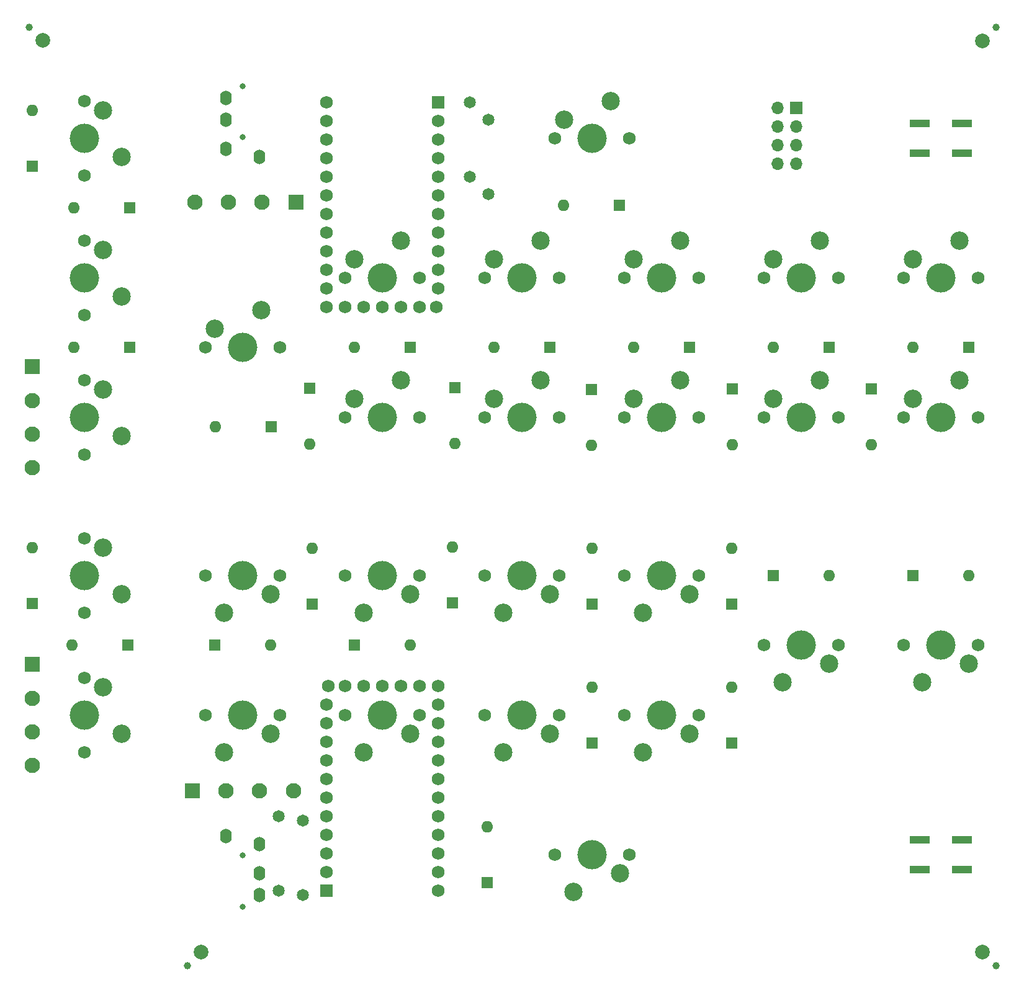
<source format=gbr>
%TF.GenerationSoftware,KiCad,Pcbnew,7.0.10*%
%TF.CreationDate,2024-02-03T20:33:37-08:00*%
%TF.ProjectId,oddball_steno,6f646462-616c-46c5-9f73-74656e6f2e6b,rev?*%
%TF.SameCoordinates,Original*%
%TF.FileFunction,Soldermask,Bot*%
%TF.FilePolarity,Negative*%
%FSLAX46Y46*%
G04 Gerber Fmt 4.6, Leading zero omitted, Abs format (unit mm)*
G04 Created by KiCad (PCBNEW 7.0.10) date 2024-02-03 20:33:37*
%MOMM*%
%LPD*%
G01*
G04 APERTURE LIST*
G04 Aperture macros list*
%AMRoundRect*
0 Rectangle with rounded corners*
0 $1 Rounding radius*
0 $2 $3 $4 $5 $6 $7 $8 $9 X,Y pos of 4 corners*
0 Add a 4 corners polygon primitive as box body*
4,1,4,$2,$3,$4,$5,$6,$7,$8,$9,$2,$3,0*
0 Add four circle primitives for the rounded corners*
1,1,$1+$1,$2,$3*
1,1,$1+$1,$4,$5*
1,1,$1+$1,$6,$7*
1,1,$1+$1,$8,$9*
0 Add four rect primitives between the rounded corners*
20,1,$1+$1,$2,$3,$4,$5,0*
20,1,$1+$1,$4,$5,$6,$7,0*
20,1,$1+$1,$6,$7,$8,$9,0*
20,1,$1+$1,$8,$9,$2,$3,0*%
G04 Aperture macros list end*
%ADD10C,1.000000*%
%ADD11C,2.000000*%
%ADD12C,1.750000*%
%ADD13C,4.000000*%
%ADD14C,2.500000*%
%ADD15C,2.100000*%
%ADD16RoundRect,0.250001X-0.799999X-0.799999X0.799999X-0.799999X0.799999X0.799999X-0.799999X0.799999X0*%
%ADD17R,1.600000X1.600000*%
%ADD18O,1.600000X1.600000*%
%ADD19RoundRect,0.250001X-0.799999X0.799999X-0.799999X-0.799999X0.799999X-0.799999X0.799999X0.799999X0*%
%ADD20C,1.752600*%
%ADD21R,1.752600X1.752600*%
%ADD22R,1.700000X1.700000*%
%ADD23O,1.700000X1.700000*%
%ADD24R,2.800000X1.000000*%
%ADD25C,1.651000*%
%ADD26RoundRect,0.250001X0.799999X0.799999X-0.799999X0.799999X-0.799999X-0.799999X0.799999X-0.799999X0*%
%ADD27C,0.800000*%
%ADD28O,1.600000X2.000000*%
G04 APERTURE END LIST*
D10*
%TO.C,*%
X75770500Y-21420625D03*
%TD*%
%TO.C,*%
X207675500Y-21420625D03*
%TD*%
%TO.C,*%
X207675500Y-149530625D03*
%TD*%
%TO.C,REF\u002A\u002A*%
X97375500Y-149530625D03*
%TD*%
D11*
%TO.C,REF\u002A\u002A*%
X99225500Y-147680625D03*
%TD*%
%TO.C,REF\u002A\u002A*%
X205825500Y-147680625D03*
%TD*%
%TO.C,REF\u002A\u002A*%
X77620500Y-23250625D03*
%TD*%
%TO.C,REF\u002A\u002A*%
X205825500Y-23270625D03*
%TD*%
D12*
%TO.C,S25*%
X83310500Y-50550625D03*
D13*
X83310500Y-55630625D03*
D12*
X83310500Y-60710625D03*
D14*
X85850500Y-51820625D03*
X88390500Y-58170625D03*
%TD*%
%TO.C,S7*%
X159510500Y-101350625D03*
X165860500Y-98810625D03*
D12*
X156970500Y-96270625D03*
D13*
X162050500Y-96270625D03*
D12*
X167130500Y-96270625D03*
%TD*%
%TO.C,S26*%
X83310500Y-69600625D03*
D13*
X83310500Y-74680625D03*
D12*
X83310500Y-79760625D03*
D14*
X85850500Y-70870625D03*
X88390500Y-77220625D03*
%TD*%
D12*
%TO.C,S17*%
X118870500Y-74680625D03*
D13*
X123950500Y-74680625D03*
D12*
X129030500Y-74680625D03*
D14*
X120140500Y-72140625D03*
X126490500Y-69600625D03*
%TD*%
D12*
%TO.C,S27*%
X83310500Y-91190625D03*
D13*
X83310500Y-96270625D03*
D12*
X83310500Y-101350625D03*
D14*
X85850500Y-92460625D03*
X88390500Y-98810625D03*
%TD*%
D12*
%TO.C,S16*%
X195070500Y-55630625D03*
D13*
X200150500Y-55630625D03*
D12*
X205230500Y-55630625D03*
D14*
X196340500Y-53090625D03*
X202690500Y-50550625D03*
%TD*%
%TO.C,S5*%
X102360500Y-120400625D03*
X108710500Y-117860625D03*
D12*
X99820500Y-115320625D03*
D13*
X104900500Y-115320625D03*
D12*
X109980500Y-115320625D03*
%TD*%
%TO.C,S24*%
X83310500Y-31500625D03*
D13*
X83310500Y-36580625D03*
D12*
X83310500Y-41660625D03*
D14*
X85850500Y-32770625D03*
X88390500Y-39120625D03*
%TD*%
%TO.C,S1*%
X149985500Y-139450625D03*
X156335500Y-136910625D03*
D12*
X147445500Y-134370625D03*
D13*
X152525500Y-134370625D03*
D12*
X157605500Y-134370625D03*
%TD*%
%TO.C,S23*%
X147445500Y-36580625D03*
D13*
X152525500Y-36580625D03*
D12*
X157605500Y-36580625D03*
D14*
X148715500Y-34040625D03*
X155065500Y-31500625D03*
%TD*%
D12*
%TO.C,S22*%
X99820500Y-65155625D03*
D13*
X104900500Y-65155625D03*
D12*
X109980500Y-65155625D03*
D14*
X101090500Y-62615625D03*
X107440500Y-60075625D03*
%TD*%
%TO.C,S6*%
X178560500Y-110875625D03*
X184910500Y-108335625D03*
D12*
X176020500Y-105795625D03*
D13*
X181100500Y-105795625D03*
D12*
X186180500Y-105795625D03*
%TD*%
%TO.C,S12*%
X118870500Y-55630625D03*
D13*
X123950500Y-55630625D03*
D12*
X129030500Y-55630625D03*
D14*
X120140500Y-53090625D03*
X126490500Y-50550625D03*
%TD*%
D12*
%TO.C,S28*%
X83310500Y-110240625D03*
D13*
X83310500Y-115320625D03*
D12*
X83310500Y-120400625D03*
D14*
X85850500Y-111510625D03*
X88390500Y-117860625D03*
%TD*%
%TO.C,S11*%
X197610500Y-110875625D03*
X203960500Y-108335625D03*
D12*
X195070500Y-105795625D03*
D13*
X200150500Y-105795625D03*
D12*
X205230500Y-105795625D03*
%TD*%
D14*
%TO.C,S8*%
X140460500Y-101350625D03*
X146810500Y-98810625D03*
D12*
X137920500Y-96270625D03*
D13*
X143000500Y-96270625D03*
D12*
X148080500Y-96270625D03*
%TD*%
%TO.C,S15*%
X176020500Y-55630625D03*
D13*
X181100500Y-55630625D03*
D12*
X186180500Y-55630625D03*
D14*
X177290500Y-53090625D03*
X183640500Y-50550625D03*
%TD*%
%TO.C,S2*%
X159510500Y-120400625D03*
X165860500Y-117860625D03*
D12*
X156970500Y-115320625D03*
D13*
X162050500Y-115320625D03*
D12*
X167130500Y-115320625D03*
%TD*%
%TO.C,S18*%
X137920500Y-74680625D03*
D13*
X143000500Y-74680625D03*
D12*
X148080500Y-74680625D03*
D14*
X139190500Y-72140625D03*
X145540500Y-69600625D03*
%TD*%
D12*
%TO.C,S14*%
X156970500Y-55630625D03*
D13*
X162050500Y-55630625D03*
D12*
X167130500Y-55630625D03*
D14*
X158240500Y-53090625D03*
X164590500Y-50550625D03*
%TD*%
%TO.C,S9*%
X121410500Y-101350625D03*
X127760500Y-98810625D03*
D12*
X118870500Y-96270625D03*
D13*
X123950500Y-96270625D03*
D12*
X129030500Y-96270625D03*
%TD*%
%TO.C,S21*%
X195070500Y-74680625D03*
D13*
X200150500Y-74680625D03*
D12*
X205230500Y-74680625D03*
D14*
X196340500Y-72140625D03*
X202690500Y-69600625D03*
%TD*%
D12*
%TO.C,S19*%
X156970500Y-74680625D03*
D13*
X162050500Y-74680625D03*
D12*
X167130500Y-74680625D03*
D14*
X158240500Y-72140625D03*
X164590500Y-69600625D03*
%TD*%
D12*
%TO.C,S13*%
X137920500Y-55630625D03*
D13*
X143000500Y-55630625D03*
D12*
X148080500Y-55630625D03*
D14*
X139190500Y-53090625D03*
X145540500Y-50550625D03*
%TD*%
D15*
%TO.C,J2*%
X111800500Y-125676875D03*
X107200500Y-125676875D03*
X102600500Y-125676875D03*
D16*
X98000500Y-125676875D03*
%TD*%
D14*
%TO.C,S3*%
X140460500Y-120400625D03*
X146810500Y-117860625D03*
D12*
X137920500Y-115320625D03*
D13*
X143000500Y-115320625D03*
D12*
X148080500Y-115320625D03*
%TD*%
D14*
%TO.C,S10*%
X102360500Y-101350625D03*
X108710500Y-98810625D03*
D12*
X99820500Y-96270625D03*
D13*
X104900500Y-96270625D03*
D12*
X109980500Y-96270625D03*
%TD*%
D14*
%TO.C,S4*%
X121410500Y-120400625D03*
X127760500Y-117860625D03*
D12*
X118870500Y-115320625D03*
D13*
X123950500Y-115320625D03*
D12*
X129030500Y-115320625D03*
%TD*%
%TO.C,S20*%
X176020500Y-74680625D03*
D13*
X181100500Y-74680625D03*
D12*
X186180500Y-74680625D03*
D14*
X177290500Y-72140625D03*
X183640500Y-69600625D03*
%TD*%
D17*
%TO.C,D21*%
X190625500Y-70795625D03*
D18*
X190625500Y-78415625D03*
%TD*%
D19*
%TO.C,J6*%
X76166750Y-108420625D03*
D15*
X76166750Y-113020625D03*
X76166750Y-117620625D03*
X76166750Y-122220625D03*
%TD*%
D20*
%TO.C,U1*%
X129030500Y-111351875D03*
X126490500Y-111351875D03*
X123950500Y-111351875D03*
X121410500Y-111351875D03*
X118870500Y-111351875D03*
X131570500Y-139291875D03*
X131570500Y-136751875D03*
X131570500Y-134211875D03*
X131570500Y-131671875D03*
X131570500Y-129131875D03*
X131570500Y-126591875D03*
X131570500Y-124051875D03*
X131570500Y-121511875D03*
X131570500Y-118971875D03*
X131570500Y-116431875D03*
X131570500Y-113891875D03*
X131570500Y-111351875D03*
X116559100Y-111351875D03*
X116330500Y-113891875D03*
X116330500Y-116431875D03*
X116330500Y-118971875D03*
X116330500Y-121511875D03*
X116330500Y-124051875D03*
X116330500Y-126591875D03*
X116330500Y-129131875D03*
X116330500Y-131671875D03*
X116330500Y-134211875D03*
X116330500Y-136751875D03*
D21*
X116330500Y-139291875D03*
%TD*%
D18*
%TO.C,D1*%
X138238000Y-130560625D03*
D17*
X138238000Y-138180625D03*
%TD*%
D18*
%TO.C,D3*%
X152525500Y-111510625D03*
D17*
X152525500Y-119130625D03*
%TD*%
%TO.C,D19*%
X152475500Y-70895625D03*
D18*
X152475500Y-78515625D03*
%TD*%
D22*
%TO.C,J3*%
X180375500Y-32405625D03*
D23*
X177835500Y-32405625D03*
X180375500Y-34945625D03*
X177835500Y-34945625D03*
X180375500Y-37485625D03*
X177835500Y-37485625D03*
X180375500Y-40025625D03*
X177835500Y-40025625D03*
%TD*%
D18*
%TO.C,D10*%
X114336750Y-92535625D03*
D17*
X114336750Y-100155625D03*
%TD*%
%TO.C,D13*%
X146810500Y-65155625D03*
D18*
X139190500Y-65155625D03*
%TD*%
D17*
%TO.C,D22*%
X108808000Y-75930625D03*
D18*
X101188000Y-75930625D03*
%TD*%
D17*
%TO.C,D17*%
X114075500Y-70695625D03*
D18*
X114075500Y-78315625D03*
%TD*%
D24*
%TO.C,SW2*%
X203050500Y-34580625D03*
X197250500Y-34580625D03*
X203050500Y-38580625D03*
X197250500Y-38580625D03*
%TD*%
D17*
%TO.C,D27*%
X76166750Y-100080625D03*
D18*
X76166750Y-92460625D03*
%TD*%
D17*
%TO.C,D15*%
X184910500Y-65155625D03*
D18*
X177290500Y-65155625D03*
%TD*%
D25*
%TO.C,R4*%
X109836750Y-129146875D03*
X109836750Y-139306875D03*
%TD*%
%TO.C,R3*%
X113125500Y-139875625D03*
X113125500Y-129715625D03*
%TD*%
D17*
%TO.C,D16*%
X203960500Y-65155625D03*
D18*
X196340500Y-65155625D03*
%TD*%
%TO.C,D6*%
X184910500Y-96270625D03*
D17*
X177290500Y-96270625D03*
%TD*%
%TO.C,D20*%
X171675500Y-70795625D03*
D18*
X171675500Y-78415625D03*
%TD*%
%TO.C,D9*%
X133486750Y-92385625D03*
D17*
X133486750Y-100005625D03*
%TD*%
D25*
%TO.C,R1*%
X135856750Y-41804375D03*
X135856750Y-31644375D03*
%TD*%
D17*
%TO.C,D28*%
X89260500Y-105795625D03*
D18*
X81640500Y-105795625D03*
%TD*%
%TO.C,D4*%
X127760500Y-105795625D03*
D17*
X120140500Y-105795625D03*
%TD*%
D25*
%TO.C,R2*%
X138381750Y-34025625D03*
X138381750Y-44185625D03*
%TD*%
D17*
%TO.C,D26*%
X89501750Y-65155625D03*
D18*
X81881750Y-65155625D03*
%TD*%
D21*
%TO.C,U3*%
X131570500Y-31659375D03*
D20*
X131570500Y-34199375D03*
X131570500Y-36739375D03*
X131570500Y-39279375D03*
X131570500Y-41819375D03*
X131570500Y-44359375D03*
X131570500Y-46899375D03*
X131570500Y-49439375D03*
X131570500Y-51979375D03*
X131570500Y-54519375D03*
X131570500Y-57059375D03*
X131341900Y-59599375D03*
X116330500Y-59599375D03*
X116330500Y-57059375D03*
X116330500Y-54519375D03*
X116330500Y-51979375D03*
X116330500Y-49439375D03*
X116330500Y-46899375D03*
X116330500Y-44359375D03*
X116330500Y-41819375D03*
X116330500Y-39279375D03*
X116330500Y-36739375D03*
X116330500Y-34199375D03*
X116330500Y-31659375D03*
X129030500Y-59599375D03*
X126490500Y-59599375D03*
X123950500Y-59599375D03*
X121410500Y-59599375D03*
X118870500Y-59599375D03*
%TD*%
D18*
%TO.C,D8*%
X152586750Y-92535625D03*
D17*
X152586750Y-100155625D03*
%TD*%
%TO.C,D18*%
X133825500Y-70595625D03*
D18*
X133825500Y-78215625D03*
%TD*%
D17*
%TO.C,D25*%
X89501750Y-46105625D03*
D18*
X81881750Y-46105625D03*
%TD*%
D26*
%TO.C,J4*%
X112150500Y-45274375D03*
D15*
X107550500Y-45274375D03*
X102950500Y-45274375D03*
X98350500Y-45274375D03*
%TD*%
D18*
%TO.C,D11*%
X203960500Y-96270625D03*
D17*
X196340500Y-96270625D03*
%TD*%
%TO.C,D23*%
X156285500Y-45705625D03*
D18*
X148665500Y-45705625D03*
%TD*%
D24*
%TO.C,SW1*%
X197250500Y-136370625D03*
X203050500Y-136370625D03*
X197250500Y-132370625D03*
X203050500Y-132370625D03*
%TD*%
D27*
%TO.C,U4*%
X104900500Y-36449375D03*
X104900500Y-29449375D03*
D28*
X107200500Y-39149375D03*
X102600500Y-38049375D03*
X102600500Y-34049375D03*
X102600500Y-31049375D03*
%TD*%
D18*
%TO.C,D2*%
X171575500Y-111510625D03*
D17*
X171575500Y-119130625D03*
%TD*%
D18*
%TO.C,D7*%
X171586750Y-92535625D03*
D17*
X171586750Y-100155625D03*
%TD*%
%TO.C,D14*%
X165860500Y-65155625D03*
D18*
X158240500Y-65155625D03*
%TD*%
D17*
%TO.C,D24*%
X76166750Y-40390625D03*
D18*
X76166750Y-32770625D03*
%TD*%
D19*
%TO.C,J5*%
X76166750Y-67780625D03*
D15*
X76166750Y-72380625D03*
X76166750Y-76980625D03*
X76166750Y-81580625D03*
%TD*%
D18*
%TO.C,D5*%
X108710500Y-105795625D03*
D17*
X101090500Y-105795625D03*
%TD*%
%TO.C,D12*%
X127760500Y-65155625D03*
D18*
X120140500Y-65155625D03*
%TD*%
D28*
%TO.C,U2*%
X107200500Y-139901875D03*
X107200500Y-136901875D03*
X107200500Y-132901875D03*
X102600500Y-131801875D03*
D27*
X104900500Y-141501875D03*
X104900500Y-134501875D03*
%TD*%
M02*

</source>
